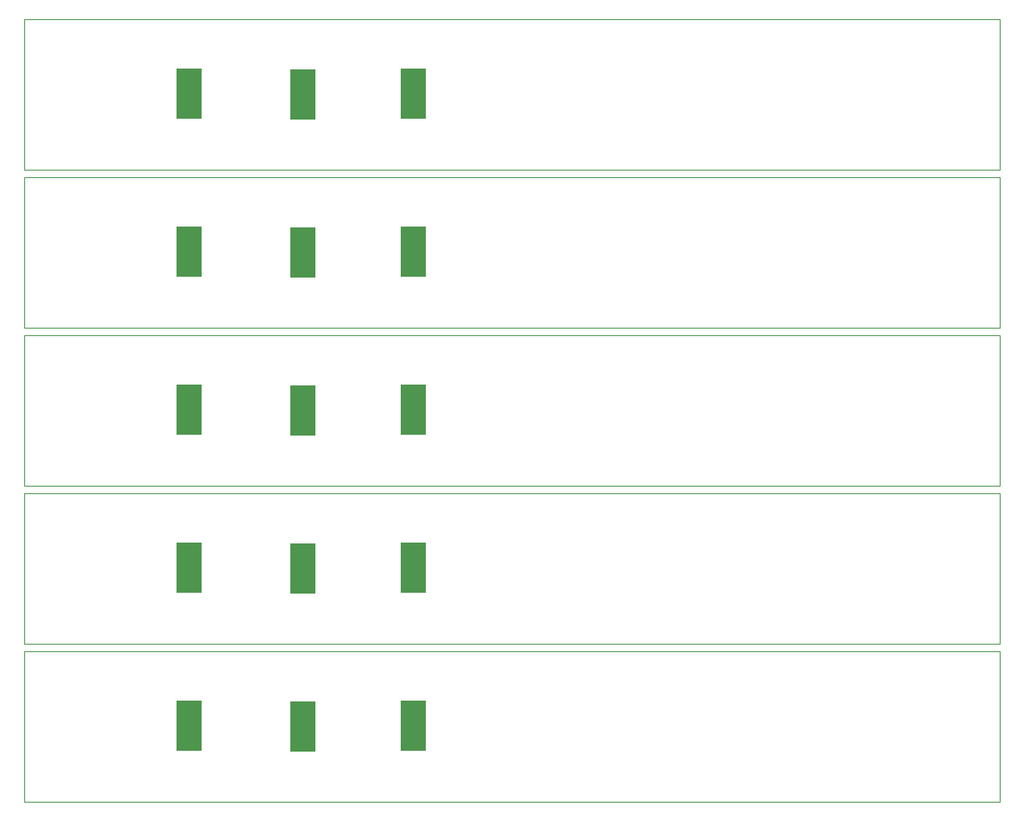
<source format=gbp>
G75*
G70*
%OFA0B0*%
%FSLAX24Y24*%
%IPPOS*%
%LPD*%
%AMOC8*
5,1,8,0,0,1.08239X$1,22.5*
%
%ADD10C,0.0000*%
%ADD11R,0.1000X0.2000*%
D10*
X000151Y000302D02*
X000151Y006298D01*
X039021Y006298D01*
X039021Y000302D01*
X000151Y000302D01*
X000151Y006602D02*
X000151Y012598D01*
X039021Y012598D01*
X039021Y006602D01*
X000151Y006602D01*
X000151Y012901D02*
X000151Y018897D01*
X039021Y018897D01*
X039021Y012901D01*
X000151Y012901D01*
X000151Y019200D02*
X000151Y025196D01*
X039021Y025196D01*
X039021Y019200D01*
X000151Y019200D01*
X000151Y025499D02*
X000151Y031495D01*
X039021Y031495D01*
X039021Y025499D01*
X000151Y025499D01*
D11*
X006698Y028507D03*
X011230Y028499D03*
X015659Y028527D03*
X015659Y022228D03*
X011230Y022200D03*
X006698Y022208D03*
X006698Y015909D03*
X011230Y015901D03*
X015659Y015928D03*
X015659Y009629D03*
X011230Y009602D03*
X006698Y009609D03*
X006698Y003310D03*
X011230Y003302D03*
X015659Y003330D03*
M02*

</source>
